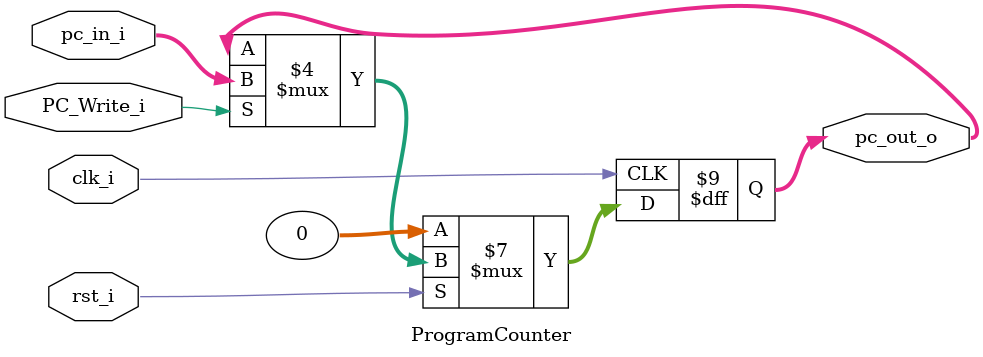
<source format=v>

module ProgramCounter(
    clk_i,
	rst_i,
	PC_Write_i,
	pc_in_i,
	pc_out_o
	);
     
//I/O ports
input           clk_i;
input	        rst_i;
input           PC_Write_i;
input  [32-1:0] pc_in_i;
output [32-1:0] pc_out_o;
 
//Internal Signals
reg    [32-1:0] pc_out_o;
 
//Parameter

    
//Main function
always @(posedge clk_i) begin
    if(~rst_i)
	    pc_out_o <= 0;
	else
		if(PC_Write_i)
			pc_out_o <= pc_in_i;
		else
			pc_out_o <= pc_out_o;
end

endmodule



                    
                    
</source>
